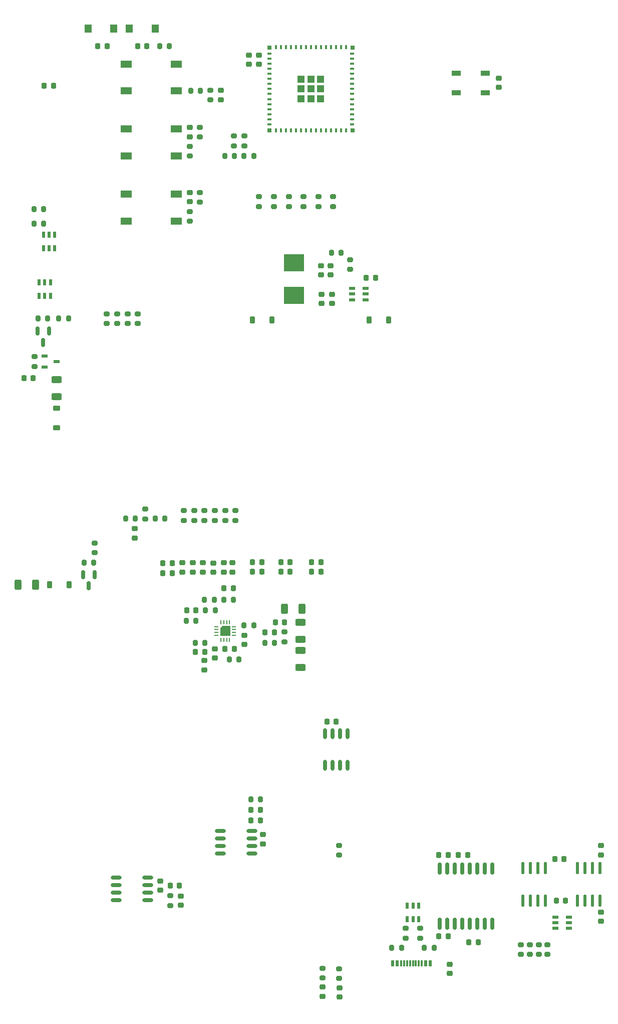
<source format=gbr>
%TF.GenerationSoftware,KiCad,Pcbnew,7.0.6*%
%TF.CreationDate,2023-12-09T00:06:22+01:00*%
%TF.ProjectId,MecProInverter,4d656350-726f-4496-9e76-65727465722e,rev?*%
%TF.SameCoordinates,Original*%
%TF.FileFunction,Paste,Top*%
%TF.FilePolarity,Positive*%
%FSLAX46Y46*%
G04 Gerber Fmt 4.6, Leading zero omitted, Abs format (unit mm)*
G04 Created by KiCad (PCBNEW 7.0.6) date 2023-12-09 00:06:22*
%MOMM*%
%LPD*%
G01*
G04 APERTURE LIST*
G04 Aperture macros list*
%AMRoundRect*
0 Rectangle with rounded corners*
0 $1 Rounding radius*
0 $2 $3 $4 $5 $6 $7 $8 $9 X,Y pos of 4 corners*
0 Add a 4 corners polygon primitive as box body*
4,1,4,$2,$3,$4,$5,$6,$7,$8,$9,$2,$3,0*
0 Add four circle primitives for the rounded corners*
1,1,$1+$1,$2,$3*
1,1,$1+$1,$4,$5*
1,1,$1+$1,$6,$7*
1,1,$1+$1,$8,$9*
0 Add four rect primitives between the rounded corners*
20,1,$1+$1,$2,$3,$4,$5,0*
20,1,$1+$1,$4,$5,$6,$7,0*
20,1,$1+$1,$6,$7,$8,$9,0*
20,1,$1+$1,$8,$9,$2,$3,0*%
%AMFreePoly0*
4,1,6,0.850038,-0.850038,-0.849987,-0.850038,-0.849987,0.499975,-0.499975,0.849987,0.850038,0.849987,0.850038,-0.850038,0.850038,-0.850038,$1*%
G04 Aperture macros list end*
%ADD10RoundRect,0.225000X-0.250000X0.225000X-0.250000X-0.225000X0.250000X-0.225000X0.250000X0.225000X0*%
%ADD11RoundRect,0.218750X0.256250X-0.218750X0.256250X0.218750X-0.256250X0.218750X-0.256250X-0.218750X0*%
%ADD12RoundRect,0.225000X0.250000X-0.225000X0.250000X0.225000X-0.250000X0.225000X-0.250000X-0.225000X0*%
%ADD13RoundRect,0.200000X0.200000X0.275000X-0.200000X0.275000X-0.200000X-0.275000X0.200000X-0.275000X0*%
%ADD14RoundRect,0.218750X-0.256250X0.218750X-0.256250X-0.218750X0.256250X-0.218750X0.256250X0.218750X0*%
%ADD15RoundRect,0.225000X-0.225000X-0.250000X0.225000X-0.250000X0.225000X0.250000X-0.225000X0.250000X0*%
%ADD16RoundRect,0.200000X0.275000X-0.200000X0.275000X0.200000X-0.275000X0.200000X-0.275000X-0.200000X0*%
%ADD17RoundRect,0.218750X-0.218750X-0.256250X0.218750X-0.256250X0.218750X0.256250X-0.218750X0.256250X0*%
%ADD18RoundRect,0.225000X0.225000X0.250000X-0.225000X0.250000X-0.225000X-0.250000X0.225000X-0.250000X0*%
%ADD19RoundRect,0.200000X-0.275000X0.200000X-0.275000X-0.200000X0.275000X-0.200000X0.275000X0.200000X0*%
%ADD20R,0.532004X1.072009*%
%ADD21R,1.900000X1.300000*%
%ADD22RoundRect,0.250000X0.312500X0.625000X-0.312500X0.625000X-0.312500X-0.625000X0.312500X-0.625000X0*%
%ADD23RoundRect,0.250000X0.625000X-0.312500X0.625000X0.312500X-0.625000X0.312500X-0.625000X-0.312500X0*%
%ADD24RoundRect,0.150000X-0.150000X0.587500X-0.150000X-0.587500X0.150000X-0.587500X0.150000X0.587500X0*%
%ADD25R,1.500000X0.900000*%
%ADD26RoundRect,0.250000X-0.625000X0.312500X-0.625000X-0.312500X0.625000X-0.312500X0.625000X0.312500X0*%
%ADD27R,1.070003X0.532004*%
%ADD28RoundRect,0.225000X0.225000X0.375000X-0.225000X0.375000X-0.225000X-0.375000X0.225000X-0.375000X0*%
%ADD29RoundRect,0.200000X-0.200000X-0.275000X0.200000X-0.275000X0.200000X0.275000X-0.200000X0.275000X0*%
%ADD30RoundRect,0.225000X-0.225000X-0.375000X0.225000X-0.375000X0.225000X0.375000X-0.225000X0.375000X0*%
%ADD31R,1.229997X1.359995*%
%ADD32R,1.072009X0.532004*%
%ADD33RoundRect,0.218750X0.218750X0.256250X-0.218750X0.256250X-0.218750X-0.256250X0.218750X-0.256250X0*%
%ADD34R,0.600000X1.100000*%
%ADD35R,0.300000X1.100000*%
%ADD36RoundRect,0.150000X0.150000X-0.875000X0.150000X0.875000X-0.150000X0.875000X-0.150000X-0.875000X0*%
%ADD37O,0.588011X2.045009*%
%ADD38O,1.864999X0.629997*%
%ADD39R,0.800000X0.280010*%
%ADD40R,0.280010X0.800000*%
%ADD41FreePoly0,0.000000*%
%ADD42R,3.500000X2.950000*%
%ADD43O,0.629997X1.864999*%
%ADD44R,0.800000X0.400000*%
%ADD45R,0.400000X0.800000*%
%ADD46R,0.800000X0.800000*%
%ADD47R,1.200000X1.200000*%
%ADD48RoundRect,0.225000X-0.375000X0.225000X-0.375000X-0.225000X0.375000X-0.225000X0.375000X0.225000X0*%
G04 APERTURE END LIST*
D10*
%TO.C,C49*%
X195000000Y-204975000D03*
X195000000Y-206525000D03*
%TD*%
D11*
%TO.C,D3V3*%
X150800000Y-219287500D03*
X150800000Y-217712500D03*
%TD*%
D12*
%TO.C,C23*%
X137250000Y-61775000D03*
X137250000Y-60225000D03*
%TD*%
D13*
%TO.C,R19*%
X101500000Y-104750000D03*
X99850000Y-104750000D03*
%TD*%
D14*
%TO.C,D8*%
X128000000Y-162462500D03*
X128000000Y-164037500D03*
%TD*%
D15*
%TO.C,C35*%
X167627000Y-195326000D03*
X169177000Y-195326000D03*
%TD*%
D10*
%TO.C,C25*%
X147700000Y-95825000D03*
X147700000Y-97375000D03*
%TD*%
D12*
%TO.C,C22*%
X149600000Y-102175000D03*
X149600000Y-100625000D03*
%TD*%
D16*
%TO.C,R57*%
X99250000Y-112825000D03*
X99250000Y-111175000D03*
%TD*%
D17*
%TO.C,D9*%
X135864500Y-189428000D03*
X137439500Y-189428000D03*
%TD*%
D18*
%TO.C,C18*%
X137675000Y-147500000D03*
X136125000Y-147500000D03*
%TD*%
D16*
%TO.C,R29*%
X111500000Y-105575000D03*
X111500000Y-103925000D03*
%TD*%
D19*
%TO.C,R26*%
X137250000Y-84175000D03*
X137250000Y-85825000D03*
%TD*%
D20*
%TO.C,U20*%
X100050038Y-100899098D03*
X101000000Y-100899098D03*
X101949962Y-100899098D03*
X101949962Y-98600902D03*
X101000000Y-98600902D03*
X100050038Y-98600902D03*
%TD*%
D10*
%TO.C,C11*%
X129500000Y-146000000D03*
X129500000Y-147550000D03*
%TD*%
%TO.C,C5*%
X177800000Y-64125000D03*
X177800000Y-65675000D03*
%TD*%
D13*
%TO.C,R23*%
X122075000Y-58750000D03*
X120425000Y-58750000D03*
%TD*%
D21*
%TO.C,SW2*%
X114799924Y-72749987D03*
X123199975Y-72749987D03*
X114799924Y-77249860D03*
X123199975Y-77249860D03*
%TD*%
D22*
%TO.C,R64*%
X144462500Y-153750000D03*
X141537500Y-153750000D03*
%TD*%
D20*
%TO.C,U14*%
X162300038Y-206149098D03*
X163250000Y-206149098D03*
X164199962Y-206149098D03*
X164199962Y-203850902D03*
X163250000Y-203850902D03*
X162300038Y-203850902D03*
%TD*%
D16*
%TO.C,R54*%
X144750000Y-85825000D03*
X144750000Y-84175000D03*
%TD*%
%TO.C,R4*%
X133000000Y-75575000D03*
X133000000Y-73925000D03*
%TD*%
D15*
%TO.C,C54*%
X131300000Y-150250000D03*
X132850000Y-150250000D03*
%TD*%
D23*
%TO.C,R63*%
X144250000Y-163675000D03*
X144250000Y-160750000D03*
%TD*%
D12*
%TO.C,C45*%
X120500000Y-201275000D03*
X120500000Y-199725000D03*
%TD*%
D24*
%TO.C,Q1*%
X109400000Y-148000000D03*
X107500000Y-148000000D03*
X108450000Y-149875000D03*
%TD*%
D12*
%TO.C,C30*%
X125500000Y-85025000D03*
X125500000Y-83475000D03*
%TD*%
D13*
%TO.C,R62*%
X126575000Y-155750000D03*
X124925000Y-155750000D03*
%TD*%
D15*
%TO.C,C56*%
X126475000Y-161000000D03*
X128025000Y-161000000D03*
%TD*%
D25*
%TO.C,D3*%
X170550000Y-63350000D03*
X170550000Y-66650000D03*
X175450000Y-66650000D03*
X175450000Y-63350000D03*
%TD*%
D16*
%TO.C,R49*%
X181500000Y-212075000D03*
X181500000Y-210425000D03*
%TD*%
D19*
%TO.C,R50*%
X183000000Y-210425000D03*
X183000000Y-212075000D03*
%TD*%
D26*
%TO.C,R31*%
X103000000Y-115037500D03*
X103000000Y-117962500D03*
%TD*%
D19*
%TO.C,R14*%
X148000000Y-214425000D03*
X148000000Y-216075000D03*
%TD*%
D27*
%TO.C,U18*%
X101009779Y-111050038D03*
X101009779Y-112949962D03*
X102990221Y-112000000D03*
%TD*%
D28*
%TO.C,D6*%
X139400000Y-105000000D03*
X136100000Y-105000000D03*
%TD*%
D29*
%TO.C,R66*%
X165175000Y-211000000D03*
X166825000Y-211000000D03*
%TD*%
D21*
%TO.C,SW1*%
X114799924Y-61749987D03*
X123199975Y-61749987D03*
X114799924Y-66249860D03*
X123199975Y-66249860D03*
%TD*%
D16*
%TO.C,R8*%
X128000000Y-138825000D03*
X128000000Y-137175000D03*
%TD*%
D13*
%TO.C,R11*%
X151125000Y-93600000D03*
X149475000Y-93600000D03*
%TD*%
D18*
%TO.C,C41*%
X137427000Y-187678000D03*
X135877000Y-187678000D03*
%TD*%
D30*
%TO.C,D4*%
X101800000Y-149687500D03*
X105100000Y-149687500D03*
%TD*%
D19*
%TO.C,R51*%
X184500000Y-210425000D03*
X184500000Y-212075000D03*
%TD*%
D12*
%TO.C,C38*%
X134750000Y-159750000D03*
X134750000Y-158200000D03*
%TD*%
D29*
%TO.C,R35*%
X132175000Y-162250000D03*
X133825000Y-162250000D03*
%TD*%
D12*
%TO.C,C43*%
X137850000Y-193430004D03*
X137850000Y-191880004D03*
%TD*%
D29*
%TO.C,R41*%
X114675000Y-138500000D03*
X116325000Y-138500000D03*
%TD*%
D15*
%TO.C,C24*%
X155350000Y-97900000D03*
X156900000Y-97900000D03*
%TD*%
D18*
%TO.C,C55*%
X139800000Y-157750000D03*
X138250000Y-157750000D03*
%TD*%
D31*
%TO.C,Reset*%
X115315088Y-55750000D03*
X119684912Y-55750000D03*
%TD*%
D32*
%TO.C,U5*%
X152950902Y-99650038D03*
X152950902Y-100600000D03*
X152950902Y-101549962D03*
X155249098Y-101549962D03*
X155249098Y-100600000D03*
X155249098Y-99650038D03*
%TD*%
D19*
%TO.C,R17*%
X127250000Y-83425000D03*
X127250000Y-85075000D03*
%TD*%
D18*
%TO.C,C31*%
X111525000Y-58750000D03*
X109975000Y-58750000D03*
%TD*%
D16*
%TO.C,R10*%
X124500000Y-138825000D03*
X124500000Y-137175000D03*
%TD*%
D29*
%TO.C,R40*%
X119675000Y-138500000D03*
X121325000Y-138500000D03*
%TD*%
D16*
%TO.C,R58*%
X113250000Y-105575000D03*
X113250000Y-103925000D03*
%TD*%
D29*
%TO.C,R2*%
X99175000Y-86250000D03*
X100825000Y-86250000D03*
%TD*%
D33*
%TO.C,D10*%
X123787500Y-200500000D03*
X122212500Y-200500000D03*
%TD*%
D19*
%TO.C,R27*%
X139750000Y-84175000D03*
X139750000Y-85825000D03*
%TD*%
D12*
%TO.C,C37*%
X169500000Y-215275000D03*
X169500000Y-213725000D03*
%TD*%
D34*
%TO.C,U3*%
X159799975Y-213624968D03*
X160600076Y-213624968D03*
D35*
X161250064Y-213624968D03*
X161750191Y-213624968D03*
X162250064Y-213624968D03*
X162749936Y-213624968D03*
X163250064Y-213624968D03*
X163749936Y-213624968D03*
X164250064Y-213624968D03*
X164750191Y-213624968D03*
D34*
X165400178Y-213624968D03*
X166200025Y-213624968D03*
%TD*%
D18*
%TO.C,C32*%
X99025000Y-114750000D03*
X97475000Y-114750000D03*
%TD*%
D36*
%TO.C,U2*%
X167805000Y-206900000D03*
X169075000Y-206900000D03*
X170345000Y-206900000D03*
X171615000Y-206900000D03*
X172885000Y-206900000D03*
X174155000Y-206900000D03*
X175425000Y-206900000D03*
X176695000Y-206900000D03*
X176695000Y-197600000D03*
X175425000Y-197600000D03*
X174155000Y-197600000D03*
X172885000Y-197600000D03*
X171615000Y-197600000D03*
X170345000Y-197600000D03*
X169075000Y-197600000D03*
X167805000Y-197600000D03*
%TD*%
D19*
%TO.C,R37*%
X162000000Y-207675000D03*
X162000000Y-209325000D03*
%TD*%
%TO.C,R36*%
X164500000Y-207675000D03*
X164500000Y-209325000D03*
%TD*%
D37*
%TO.C,U15*%
X185655004Y-197477584D03*
X184385001Y-197477584D03*
X183114999Y-197477584D03*
X181844996Y-197477584D03*
X181844996Y-203022416D03*
X183114999Y-203022416D03*
X184385001Y-203022416D03*
X185655004Y-203022416D03*
%TD*%
D16*
%TO.C,R55*%
X147250000Y-85825000D03*
X147250000Y-84175000D03*
%TD*%
D18*
%TO.C,C20*%
X122525000Y-147750000D03*
X120975000Y-147750000D03*
%TD*%
D15*
%TO.C,C39*%
X131475000Y-160500000D03*
X133025000Y-160500000D03*
%TD*%
D16*
%TO.C,R15*%
X129000000Y-67825000D03*
X129000000Y-66175000D03*
%TD*%
D37*
%TO.C,U16*%
X194905004Y-197477584D03*
X193635001Y-197477584D03*
X192364999Y-197477584D03*
X191094996Y-197477584D03*
X191094996Y-203022416D03*
X192364999Y-203022416D03*
X193635001Y-203022416D03*
X194905004Y-203022416D03*
%TD*%
D16*
%TO.C,R53*%
X142250000Y-85825000D03*
X142250000Y-84175000D03*
%TD*%
D22*
%TO.C,R18*%
X99412500Y-149687500D03*
X96487500Y-149687500D03*
%TD*%
D19*
%TO.C,R44*%
X122250000Y-202175000D03*
X122250000Y-203825000D03*
%TD*%
D18*
%TO.C,C7*%
X118275000Y-58750000D03*
X116725000Y-58750000D03*
%TD*%
D19*
%TO.C,R30*%
X116750000Y-103925000D03*
X116750000Y-105575000D03*
%TD*%
D16*
%TO.C,R48*%
X109450000Y-144262500D03*
X109450000Y-142612500D03*
%TD*%
D21*
%TO.C,SW3*%
X114799924Y-83749987D03*
X123199975Y-83749987D03*
X114799924Y-88249860D03*
X123199975Y-88249860D03*
%TD*%
D29*
%TO.C,R33*%
X131250000Y-152250000D03*
X132900000Y-152250000D03*
%TD*%
D20*
%TO.C,U19*%
X100800038Y-92899098D03*
X101750000Y-92899098D03*
X102699962Y-92899098D03*
X102699962Y-90600902D03*
X101750000Y-90600902D03*
X100800038Y-90600902D03*
%TD*%
D12*
%TO.C,C29*%
X125500000Y-74025000D03*
X125500000Y-72475000D03*
%TD*%
D23*
%TO.C,R46*%
X144250000Y-158925000D03*
X144250000Y-156000000D03*
%TD*%
D12*
%TO.C,C42*%
X124000000Y-203775000D03*
X124000000Y-202225000D03*
%TD*%
D19*
%TO.C,R16*%
X127250000Y-72425000D03*
X127250000Y-74075000D03*
%TD*%
D13*
%TO.C,R24*%
X136325000Y-77250000D03*
X134675000Y-77250000D03*
%TD*%
D17*
%TO.C,D11*%
X139962500Y-156000000D03*
X141537500Y-156000000D03*
%TD*%
D16*
%TO.C,R6*%
X131500000Y-138825000D03*
X131500000Y-137175000D03*
%TD*%
D15*
%TO.C,C47*%
X187225000Y-196000000D03*
X188775000Y-196000000D03*
%TD*%
%TO.C,C15*%
X140925000Y-145900000D03*
X142475000Y-145900000D03*
%TD*%
D38*
%TO.C,U10*%
X130667501Y-191250000D03*
X130667501Y-192520003D03*
X130667501Y-193790005D03*
X130667501Y-195060008D03*
X136032499Y-195060008D03*
X136032499Y-193790005D03*
X136032499Y-192520003D03*
X136032499Y-191250000D03*
%TD*%
D16*
%TO.C,R42*%
X150750000Y-195325000D03*
X150750000Y-193675000D03*
%TD*%
D38*
%TO.C,U11*%
X113067501Y-199094996D03*
X113067501Y-200364999D03*
X113067501Y-201635001D03*
X113067501Y-202905004D03*
X118432499Y-202905004D03*
X118432499Y-201635001D03*
X118432499Y-200364999D03*
X118432499Y-199094996D03*
%TD*%
D15*
%TO.C,C46*%
X187475000Y-203000000D03*
X189025000Y-203000000D03*
%TD*%
D12*
%TO.C,C48*%
X195000000Y-195275000D03*
X195000000Y-193725000D03*
%TD*%
D10*
%TO.C,C51*%
X116250000Y-140225000D03*
X116250000Y-141775000D03*
%TD*%
D18*
%TO.C,C6*%
X122525000Y-146000000D03*
X120975000Y-146000000D03*
%TD*%
D10*
%TO.C,C8*%
X124250000Y-145975000D03*
X124250000Y-147525000D03*
%TD*%
D39*
%TO.C,U8*%
X130000000Y-156750064D03*
X130000000Y-157249936D03*
X130000000Y-157750064D03*
X130000000Y-158249936D03*
D40*
X130750064Y-159000000D03*
X131249936Y-159000000D03*
X131750064Y-159000000D03*
X132249936Y-159000000D03*
D39*
X133000000Y-158249936D03*
X133000000Y-157750064D03*
X133000000Y-157249936D03*
X133000000Y-156750064D03*
D40*
X132249936Y-156000000D03*
X131750064Y-156000000D03*
X131249936Y-156000000D03*
X130750064Y-156000000D03*
D41*
X131500127Y-157500127D03*
%TD*%
D16*
%TO.C,R9*%
X126250000Y-138825000D03*
X126250000Y-137175000D03*
%TD*%
D10*
%TO.C,C28*%
X130750000Y-66225000D03*
X130750000Y-67775000D03*
%TD*%
D16*
%TO.C,R56*%
X149750000Y-85825000D03*
X149750000Y-84175000D03*
%TD*%
D10*
%TO.C,C9*%
X126000000Y-145975000D03*
X126000000Y-147525000D03*
%TD*%
D19*
%TO.C,R13*%
X150750000Y-214500000D03*
X150750000Y-216150000D03*
%TD*%
D13*
%TO.C,R38*%
X105000000Y-104750000D03*
X103350000Y-104750000D03*
%TD*%
%TO.C,R28*%
X109275000Y-145937500D03*
X107625000Y-145937500D03*
%TD*%
D19*
%TO.C,R52*%
X186000000Y-210425000D03*
X186000000Y-212075000D03*
%TD*%
D16*
%TO.C,R59*%
X115000000Y-105575000D03*
X115000000Y-103925000D03*
%TD*%
D15*
%TO.C,C19*%
X136125000Y-145900000D03*
X137675000Y-145900000D03*
%TD*%
D18*
%TO.C,C26*%
X150275000Y-172750000D03*
X148725000Y-172750000D03*
%TD*%
D15*
%TO.C,C33*%
X167627000Y-209042000D03*
X169177000Y-209042000D03*
%TD*%
D29*
%TO.C,R39*%
X134675000Y-156500000D03*
X136325000Y-156500000D03*
%TD*%
D18*
%TO.C,C53*%
X126525000Y-154000000D03*
X124975000Y-154000000D03*
%TD*%
%TO.C,C50*%
X102475000Y-65400000D03*
X100925000Y-65400000D03*
%TD*%
D15*
%TO.C,C34*%
X172707000Y-210058000D03*
X174257000Y-210058000D03*
%TD*%
D19*
%TO.C,R60*%
X118000000Y-136925000D03*
X118000000Y-138575000D03*
%TD*%
D29*
%TO.C,R20*%
X125675000Y-66250000D03*
X127325000Y-66250000D03*
%TD*%
D42*
%TO.C,L1*%
X143100000Y-100800000D03*
X143100000Y-95350000D03*
%TD*%
D29*
%TO.C,R43*%
X135827000Y-185928000D03*
X137477000Y-185928000D03*
%TD*%
D19*
%TO.C,R47*%
X141500000Y-157675000D03*
X141500000Y-159325000D03*
%TD*%
D11*
%TO.C,D15V1*%
X148000000Y-219187500D03*
X148000000Y-217612500D03*
%TD*%
D16*
%TO.C,R21*%
X125500000Y-77325000D03*
X125500000Y-75675000D03*
%TD*%
D10*
%TO.C,C13*%
X132750000Y-145975000D03*
X132750000Y-147525000D03*
%TD*%
D16*
%TO.C,R22*%
X125500000Y-88325000D03*
X125500000Y-86675000D03*
%TD*%
D12*
%TO.C,C21*%
X147800000Y-102175000D03*
X147800000Y-100625000D03*
%TD*%
D13*
%TO.C,R67*%
X161325000Y-211000000D03*
X159675000Y-211000000D03*
%TD*%
D16*
%TO.C,R5*%
X133250000Y-138825000D03*
X133250000Y-137175000D03*
%TD*%
D43*
%TO.C,U9*%
X148344996Y-180182499D03*
X149614999Y-180182499D03*
X150885001Y-180182499D03*
X152155004Y-180182499D03*
X152155004Y-174817501D03*
X150885001Y-174817501D03*
X149614999Y-174817501D03*
X148344996Y-174817501D03*
%TD*%
D16*
%TO.C,R32*%
X134750000Y-75575000D03*
X134750000Y-73925000D03*
%TD*%
%TO.C,R7*%
X129750000Y-138825000D03*
X129750000Y-137175000D03*
%TD*%
D13*
%TO.C,R61*%
X129825000Y-154000000D03*
X128175000Y-154000000D03*
%TD*%
%TO.C,R65*%
X128075000Y-159500000D03*
X126425000Y-159500000D03*
%TD*%
%TO.C,R45*%
X139850000Y-159500000D03*
X138200000Y-159500000D03*
%TD*%
%TO.C,R25*%
X133075000Y-77250000D03*
X131425000Y-77250000D03*
%TD*%
D18*
%TO.C,C14*%
X142475000Y-147500000D03*
X140925000Y-147500000D03*
%TD*%
%TO.C,C36*%
X172479000Y-195326000D03*
X170929000Y-195326000D03*
%TD*%
D19*
%TO.C,R12*%
X152600000Y-94775000D03*
X152600000Y-96425000D03*
%TD*%
D10*
%TO.C,C10*%
X127750000Y-145975000D03*
X127750000Y-147525000D03*
%TD*%
%TO.C,C12*%
X131250000Y-145975000D03*
X131250000Y-147525000D03*
%TD*%
D44*
%TO.C,U1*%
X139024892Y-60024892D03*
X139024892Y-60874778D03*
X139024892Y-61724917D03*
X139024892Y-62574803D03*
X139024892Y-63424943D03*
X139024892Y-64274829D03*
X139024892Y-65124968D03*
X139024892Y-65974854D03*
X139024892Y-66824740D03*
X139024892Y-67674879D03*
X139024892Y-68524765D03*
X139024892Y-69374905D03*
X139024892Y-70224790D03*
X139024892Y-71074930D03*
X139024892Y-71924816D03*
D45*
X140050038Y-73000000D03*
X140899924Y-73000000D03*
X141750064Y-73000000D03*
X142599949Y-73000000D03*
X143450089Y-73000000D03*
X144299975Y-73000000D03*
X145150114Y-73000000D03*
X146000000Y-73000000D03*
X146849886Y-73000000D03*
X147700025Y-73000000D03*
X148549911Y-73000000D03*
X149400051Y-73000000D03*
X150249936Y-73000000D03*
X151100076Y-73000000D03*
X151949962Y-73000000D03*
D44*
X152975108Y-71924816D03*
X152975108Y-71074930D03*
X152975108Y-70224790D03*
X152975108Y-69374905D03*
X152975108Y-68524765D03*
X152975108Y-67674879D03*
X152975108Y-66824740D03*
X152975108Y-65974854D03*
X152975108Y-65124968D03*
X152975108Y-64274829D03*
X152975108Y-63424943D03*
X152975108Y-62574803D03*
X152975108Y-61724917D03*
X152975108Y-60874778D03*
X152975108Y-60024892D03*
D45*
X151949962Y-58949962D03*
X151100076Y-58949962D03*
X150249936Y-58949962D03*
X149400051Y-58949962D03*
X148549911Y-58949962D03*
X147700025Y-58949962D03*
X146849886Y-58949962D03*
X146000000Y-58949962D03*
X145150114Y-58949962D03*
X144299975Y-58949962D03*
X143450089Y-58949962D03*
X142599949Y-58949962D03*
X141750064Y-58949962D03*
X140899924Y-58949962D03*
X140050038Y-58949962D03*
D46*
X139000000Y-58974854D03*
X139000000Y-72974854D03*
D47*
X144350013Y-64324867D03*
X144350013Y-65974854D03*
X144350013Y-67624841D03*
X146000000Y-64324867D03*
X146000000Y-65974854D03*
X146000000Y-67624841D03*
X147649987Y-64324867D03*
X147649987Y-65974854D03*
X147649987Y-67624841D03*
D46*
X153000000Y-58974854D03*
X153000000Y-72974854D03*
%TD*%
D18*
%TO.C,C17*%
X147675000Y-147500000D03*
X146125000Y-147500000D03*
%TD*%
D31*
%TO.C,Boot*%
X108315088Y-55750000D03*
X112684912Y-55750000D03*
%TD*%
D32*
%TO.C,U17*%
X189649098Y-207699962D03*
X189649098Y-206750000D03*
X189649098Y-205800038D03*
X187350902Y-205800038D03*
X187350902Y-206750000D03*
X187350902Y-207699962D03*
%TD*%
D48*
%TO.C,D5*%
X103000000Y-119850000D03*
X103000000Y-123150000D03*
%TD*%
D12*
%TO.C,C27*%
X135500000Y-61775000D03*
X135500000Y-60225000D03*
%TD*%
D15*
%TO.C,C16*%
X146125000Y-145900000D03*
X147675000Y-145900000D03*
%TD*%
D29*
%TO.C,R34*%
X128000000Y-152250000D03*
X129650000Y-152250000D03*
%TD*%
D12*
%TO.C,C52*%
X129750000Y-162025000D03*
X129750000Y-160475000D03*
%TD*%
D24*
%TO.C,Q2*%
X101700000Y-106875000D03*
X99800000Y-106875000D03*
X100750000Y-108750000D03*
%TD*%
D29*
%TO.C,R3*%
X99175000Y-88750000D03*
X100825000Y-88750000D03*
%TD*%
D10*
%TO.C,C40*%
X149300000Y-95825000D03*
X149300000Y-97375000D03*
%TD*%
D30*
%TO.C,D7*%
X155850000Y-105000000D03*
X159150000Y-105000000D03*
%TD*%
M02*

</source>
